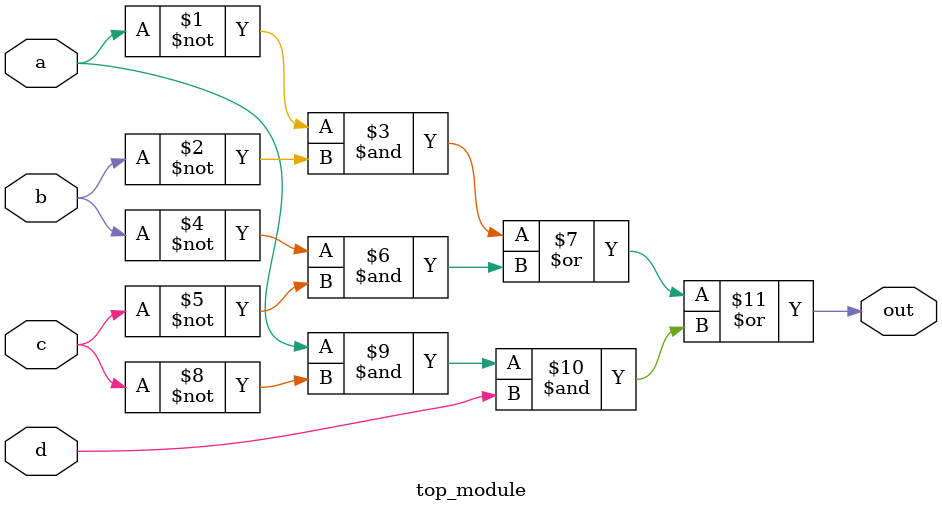
<source format=v>
module top_module(
    input a,
    input b,
    input c,
    input d,
    output out
);
    assign out = (~a&~b) | (~b&~c) | (a&~c&d);
endmodule

</source>
